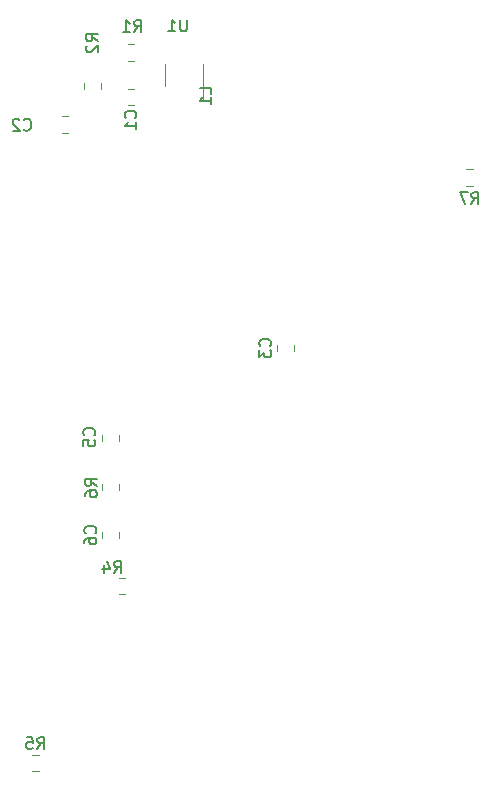
<source format=gbo>
G04 #@! TF.GenerationSoftware,KiCad,Pcbnew,5.0.1-33cea8e~68~ubuntu18.04.1*
G04 #@! TF.CreationDate,2018-11-23T15:34:50-05:00*
G04 #@! TF.ProjectId,samn,73616D6E2E6B696361645F7063620000,6*
G04 #@! TF.SameCoordinates,Original*
G04 #@! TF.FileFunction,Legend,Bot*
G04 #@! TF.FilePolarity,Positive*
%FSLAX46Y46*%
G04 Gerber Fmt 4.6, Leading zero omitted, Abs format (unit mm)*
G04 Created by KiCad (PCBNEW 5.0.1-33cea8e~68~ubuntu18.04.1) date Fri 23 Nov 2018 03:34:50 PM EST*
%MOMM*%
%LPD*%
G01*
G04 APERTURE LIST*
%ADD10C,0.120000*%
%ADD11C,0.150000*%
G04 APERTURE END LIST*
D10*
G04 #@! TO.C,R7*
X59788748Y-31640000D02*
X60311252Y-31640000D01*
X59788748Y-33060000D02*
X60311252Y-33060000D01*
G04 #@! TO.C,C2*
X26061252Y-28560000D02*
X25538748Y-28560000D01*
X26061252Y-27140000D02*
X25538748Y-27140000D01*
G04 #@! TO.C,C3*
X45160000Y-46488748D02*
X45160000Y-47011252D01*
X43740000Y-46488748D02*
X43740000Y-47011252D01*
G04 #@! TO.C,C5*
X28940000Y-54661252D02*
X28940000Y-54138748D01*
X30360000Y-54661252D02*
X30360000Y-54138748D01*
G04 #@! TO.C,C6*
X30360000Y-62338748D02*
X30360000Y-62861252D01*
X28940000Y-62338748D02*
X28940000Y-62861252D01*
G04 #@! TO.C,C1*
X31661252Y-26210000D02*
X31138748Y-26210000D01*
X31661252Y-24790000D02*
X31138748Y-24790000D01*
G04 #@! TO.C,U1*
X37447600Y-22745000D02*
X37447600Y-25695000D01*
X34227600Y-24545000D02*
X34227600Y-22745000D01*
G04 #@! TO.C,R4*
X30388748Y-66190000D02*
X30911252Y-66190000D01*
X30388748Y-67610000D02*
X30911252Y-67610000D01*
G04 #@! TO.C,R1*
X31138748Y-21040000D02*
X31661252Y-21040000D01*
X31138748Y-22460000D02*
X31661252Y-22460000D01*
G04 #@! TO.C,R2*
X28860000Y-24338748D02*
X28860000Y-24861252D01*
X27440000Y-24338748D02*
X27440000Y-24861252D01*
G04 #@! TO.C,R5*
X23561252Y-82610000D02*
X23038748Y-82610000D01*
X23561252Y-81190000D02*
X23038748Y-81190000D01*
G04 #@! TO.C,R6*
X30360000Y-58238748D02*
X30360000Y-58761252D01*
X28940000Y-58238748D02*
X28940000Y-58761252D01*
G04 #@! TO.C,L1*
D11*
X38202380Y-25233333D02*
X38202380Y-24757142D01*
X37202380Y-24757142D01*
X38202380Y-26090476D02*
X38202380Y-25519047D01*
X38202380Y-25804761D02*
X37202380Y-25804761D01*
X37345238Y-25709523D01*
X37440476Y-25614285D01*
X37488095Y-25519047D01*
G04 #@! TO.C,R7*
X60216666Y-34552380D02*
X60550000Y-34076190D01*
X60788095Y-34552380D02*
X60788095Y-33552380D01*
X60407142Y-33552380D01*
X60311904Y-33600000D01*
X60264285Y-33647619D01*
X60216666Y-33742857D01*
X60216666Y-33885714D01*
X60264285Y-33980952D01*
X60311904Y-34028571D01*
X60407142Y-34076190D01*
X60788095Y-34076190D01*
X59883333Y-33552380D02*
X59216666Y-33552380D01*
X59645238Y-34552380D01*
G04 #@! TO.C,C2*
X22316666Y-28257142D02*
X22364285Y-28304761D01*
X22507142Y-28352380D01*
X22602380Y-28352380D01*
X22745238Y-28304761D01*
X22840476Y-28209523D01*
X22888095Y-28114285D01*
X22935714Y-27923809D01*
X22935714Y-27780952D01*
X22888095Y-27590476D01*
X22840476Y-27495238D01*
X22745238Y-27400000D01*
X22602380Y-27352380D01*
X22507142Y-27352380D01*
X22364285Y-27400000D01*
X22316666Y-27447619D01*
X21935714Y-27447619D02*
X21888095Y-27400000D01*
X21792857Y-27352380D01*
X21554761Y-27352380D01*
X21459523Y-27400000D01*
X21411904Y-27447619D01*
X21364285Y-27542857D01*
X21364285Y-27638095D01*
X21411904Y-27780952D01*
X21983333Y-28352380D01*
X21364285Y-28352380D01*
G04 #@! TO.C,C3*
X43157142Y-46583333D02*
X43204761Y-46535714D01*
X43252380Y-46392857D01*
X43252380Y-46297619D01*
X43204761Y-46154761D01*
X43109523Y-46059523D01*
X43014285Y-46011904D01*
X42823809Y-45964285D01*
X42680952Y-45964285D01*
X42490476Y-46011904D01*
X42395238Y-46059523D01*
X42300000Y-46154761D01*
X42252380Y-46297619D01*
X42252380Y-46392857D01*
X42300000Y-46535714D01*
X42347619Y-46583333D01*
X42252380Y-46916666D02*
X42252380Y-47535714D01*
X42633333Y-47202380D01*
X42633333Y-47345238D01*
X42680952Y-47440476D01*
X42728571Y-47488095D01*
X42823809Y-47535714D01*
X43061904Y-47535714D01*
X43157142Y-47488095D01*
X43204761Y-47440476D01*
X43252380Y-47345238D01*
X43252380Y-47059523D01*
X43204761Y-46964285D01*
X43157142Y-46916666D01*
G04 #@! TO.C,C5*
X28257142Y-54133333D02*
X28304761Y-54085714D01*
X28352380Y-53942857D01*
X28352380Y-53847619D01*
X28304761Y-53704761D01*
X28209523Y-53609523D01*
X28114285Y-53561904D01*
X27923809Y-53514285D01*
X27780952Y-53514285D01*
X27590476Y-53561904D01*
X27495238Y-53609523D01*
X27400000Y-53704761D01*
X27352380Y-53847619D01*
X27352380Y-53942857D01*
X27400000Y-54085714D01*
X27447619Y-54133333D01*
X27352380Y-55038095D02*
X27352380Y-54561904D01*
X27828571Y-54514285D01*
X27780952Y-54561904D01*
X27733333Y-54657142D01*
X27733333Y-54895238D01*
X27780952Y-54990476D01*
X27828571Y-55038095D01*
X27923809Y-55085714D01*
X28161904Y-55085714D01*
X28257142Y-55038095D01*
X28304761Y-54990476D01*
X28352380Y-54895238D01*
X28352380Y-54657142D01*
X28304761Y-54561904D01*
X28257142Y-54514285D01*
G04 #@! TO.C,C6*
X28357142Y-62433333D02*
X28404761Y-62385714D01*
X28452380Y-62242857D01*
X28452380Y-62147619D01*
X28404761Y-62004761D01*
X28309523Y-61909523D01*
X28214285Y-61861904D01*
X28023809Y-61814285D01*
X27880952Y-61814285D01*
X27690476Y-61861904D01*
X27595238Y-61909523D01*
X27500000Y-62004761D01*
X27452380Y-62147619D01*
X27452380Y-62242857D01*
X27500000Y-62385714D01*
X27547619Y-62433333D01*
X27452380Y-63290476D02*
X27452380Y-63100000D01*
X27500000Y-63004761D01*
X27547619Y-62957142D01*
X27690476Y-62861904D01*
X27880952Y-62814285D01*
X28261904Y-62814285D01*
X28357142Y-62861904D01*
X28404761Y-62909523D01*
X28452380Y-63004761D01*
X28452380Y-63195238D01*
X28404761Y-63290476D01*
X28357142Y-63338095D01*
X28261904Y-63385714D01*
X28023809Y-63385714D01*
X27928571Y-63338095D01*
X27880952Y-63290476D01*
X27833333Y-63195238D01*
X27833333Y-63004761D01*
X27880952Y-62909523D01*
X27928571Y-62861904D01*
X28023809Y-62814285D01*
G04 #@! TO.C,C1*
X31757142Y-27283333D02*
X31804761Y-27235714D01*
X31852380Y-27092857D01*
X31852380Y-26997619D01*
X31804761Y-26854761D01*
X31709523Y-26759523D01*
X31614285Y-26711904D01*
X31423809Y-26664285D01*
X31280952Y-26664285D01*
X31090476Y-26711904D01*
X30995238Y-26759523D01*
X30900000Y-26854761D01*
X30852380Y-26997619D01*
X30852380Y-27092857D01*
X30900000Y-27235714D01*
X30947619Y-27283333D01*
X31852380Y-28235714D02*
X31852380Y-27664285D01*
X31852380Y-27950000D02*
X30852380Y-27950000D01*
X30995238Y-27854761D01*
X31090476Y-27759523D01*
X31138095Y-27664285D01*
G04 #@! TO.C,U1*
X36111904Y-18952380D02*
X36111904Y-19761904D01*
X36064285Y-19857142D01*
X36016666Y-19904761D01*
X35921428Y-19952380D01*
X35730952Y-19952380D01*
X35635714Y-19904761D01*
X35588095Y-19857142D01*
X35540476Y-19761904D01*
X35540476Y-18952380D01*
X34540476Y-19952380D02*
X35111904Y-19952380D01*
X34826190Y-19952380D02*
X34826190Y-18952380D01*
X34921428Y-19095238D01*
X35016666Y-19190476D01*
X35111904Y-19238095D01*
G04 #@! TO.C,R4*
X29966666Y-65802380D02*
X30300000Y-65326190D01*
X30538095Y-65802380D02*
X30538095Y-64802380D01*
X30157142Y-64802380D01*
X30061904Y-64850000D01*
X30014285Y-64897619D01*
X29966666Y-64992857D01*
X29966666Y-65135714D01*
X30014285Y-65230952D01*
X30061904Y-65278571D01*
X30157142Y-65326190D01*
X30538095Y-65326190D01*
X29109523Y-65135714D02*
X29109523Y-65802380D01*
X29347619Y-64754761D02*
X29585714Y-65469047D01*
X28966666Y-65469047D01*
G04 #@! TO.C,R1*
X31666666Y-20002380D02*
X32000000Y-19526190D01*
X32238095Y-20002380D02*
X32238095Y-19002380D01*
X31857142Y-19002380D01*
X31761904Y-19050000D01*
X31714285Y-19097619D01*
X31666666Y-19192857D01*
X31666666Y-19335714D01*
X31714285Y-19430952D01*
X31761904Y-19478571D01*
X31857142Y-19526190D01*
X32238095Y-19526190D01*
X30714285Y-20002380D02*
X31285714Y-20002380D01*
X31000000Y-20002380D02*
X31000000Y-19002380D01*
X31095238Y-19145238D01*
X31190476Y-19240476D01*
X31285714Y-19288095D01*
G04 #@! TO.C,R2*
X28602380Y-20783333D02*
X28126190Y-20450000D01*
X28602380Y-20211904D02*
X27602380Y-20211904D01*
X27602380Y-20592857D01*
X27650000Y-20688095D01*
X27697619Y-20735714D01*
X27792857Y-20783333D01*
X27935714Y-20783333D01*
X28030952Y-20735714D01*
X28078571Y-20688095D01*
X28126190Y-20592857D01*
X28126190Y-20211904D01*
X27697619Y-21164285D02*
X27650000Y-21211904D01*
X27602380Y-21307142D01*
X27602380Y-21545238D01*
X27650000Y-21640476D01*
X27697619Y-21688095D01*
X27792857Y-21735714D01*
X27888095Y-21735714D01*
X28030952Y-21688095D01*
X28602380Y-21116666D01*
X28602380Y-21735714D01*
G04 #@! TO.C,R5*
X23466666Y-80702380D02*
X23800000Y-80226190D01*
X24038095Y-80702380D02*
X24038095Y-79702380D01*
X23657142Y-79702380D01*
X23561904Y-79750000D01*
X23514285Y-79797619D01*
X23466666Y-79892857D01*
X23466666Y-80035714D01*
X23514285Y-80130952D01*
X23561904Y-80178571D01*
X23657142Y-80226190D01*
X24038095Y-80226190D01*
X22561904Y-79702380D02*
X23038095Y-79702380D01*
X23085714Y-80178571D01*
X23038095Y-80130952D01*
X22942857Y-80083333D01*
X22704761Y-80083333D01*
X22609523Y-80130952D01*
X22561904Y-80178571D01*
X22514285Y-80273809D01*
X22514285Y-80511904D01*
X22561904Y-80607142D01*
X22609523Y-80654761D01*
X22704761Y-80702380D01*
X22942857Y-80702380D01*
X23038095Y-80654761D01*
X23085714Y-80607142D01*
G04 #@! TO.C,R6*
X28502380Y-58433333D02*
X28026190Y-58100000D01*
X28502380Y-57861904D02*
X27502380Y-57861904D01*
X27502380Y-58242857D01*
X27550000Y-58338095D01*
X27597619Y-58385714D01*
X27692857Y-58433333D01*
X27835714Y-58433333D01*
X27930952Y-58385714D01*
X27978571Y-58338095D01*
X28026190Y-58242857D01*
X28026190Y-57861904D01*
X27502380Y-59290476D02*
X27502380Y-59100000D01*
X27550000Y-59004761D01*
X27597619Y-58957142D01*
X27740476Y-58861904D01*
X27930952Y-58814285D01*
X28311904Y-58814285D01*
X28407142Y-58861904D01*
X28454761Y-58909523D01*
X28502380Y-59004761D01*
X28502380Y-59195238D01*
X28454761Y-59290476D01*
X28407142Y-59338095D01*
X28311904Y-59385714D01*
X28073809Y-59385714D01*
X27978571Y-59338095D01*
X27930952Y-59290476D01*
X27883333Y-59195238D01*
X27883333Y-59004761D01*
X27930952Y-58909523D01*
X27978571Y-58861904D01*
X28073809Y-58814285D01*
G04 #@! TD*
M02*

</source>
